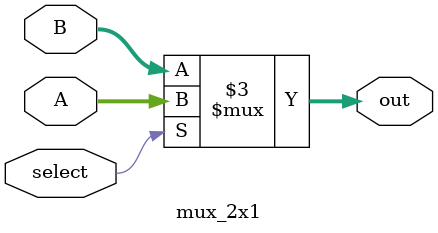
<source format=v>
`timescale 1ns/1ps
module mux_2x1 (
    input select,
    input [4:0] A,
    input [4:0] B,
    output reg [4:0] out
);

    always @(select or A or B) begin
        if (select) begin
            out = A; // Select input A
        end else begin
            out = B; // Select input B
        end
    end
    
endmodule
</source>
